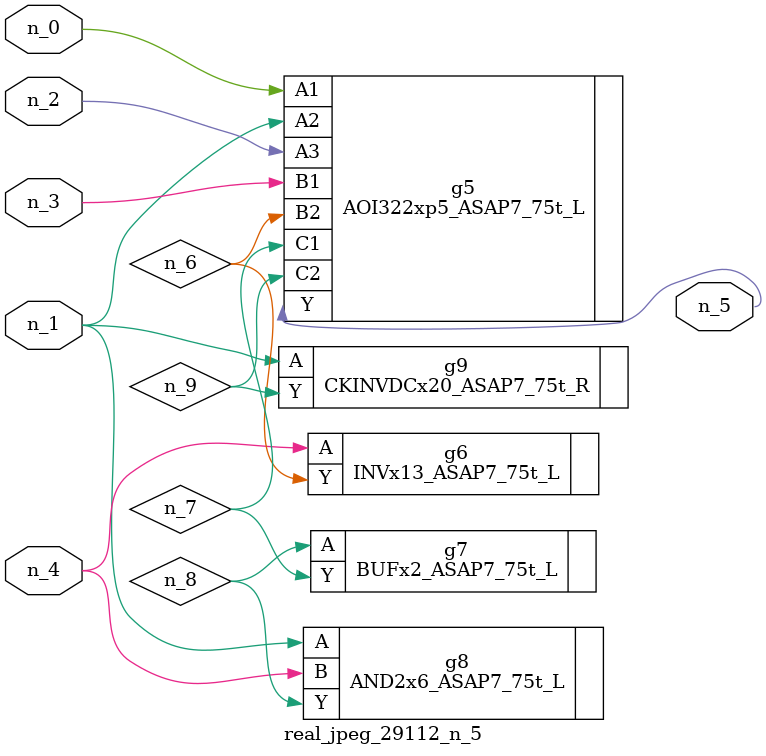
<source format=v>
module real_jpeg_29112_n_5 (n_4, n_0, n_1, n_2, n_3, n_5);

input n_4;
input n_0;
input n_1;
input n_2;
input n_3;

output n_5;

wire n_8;
wire n_6;
wire n_7;
wire n_9;

AOI322xp5_ASAP7_75t_L g5 ( 
.A1(n_0),
.A2(n_1),
.A3(n_2),
.B1(n_3),
.B2(n_6),
.C1(n_7),
.C2(n_9),
.Y(n_5)
);

AND2x6_ASAP7_75t_L g8 ( 
.A(n_1),
.B(n_4),
.Y(n_8)
);

CKINVDCx20_ASAP7_75t_R g9 ( 
.A(n_1),
.Y(n_9)
);

INVx13_ASAP7_75t_L g6 ( 
.A(n_4),
.Y(n_6)
);

BUFx2_ASAP7_75t_L g7 ( 
.A(n_8),
.Y(n_7)
);


endmodule
</source>
